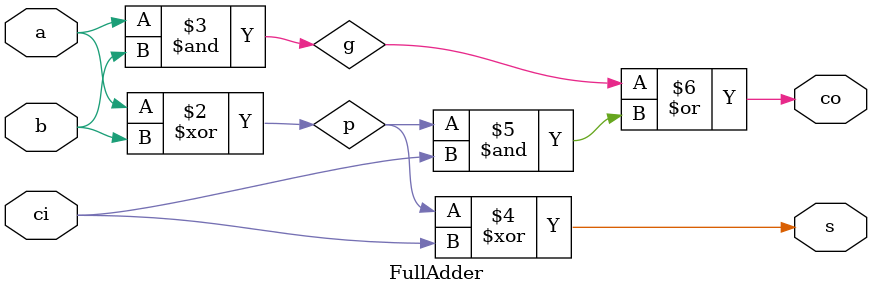
<source format=sv>
`timescale 1ns / 1ps

module FullAdder(
    input logic a, b, ci,
    output logic s, co
);

    logic p, g;

    always_comb begin
        p = a ^ b;        
        g = a & b;

        s = p ^ ci;
        co = g | (p & ci);
    end

endmodule

</source>
